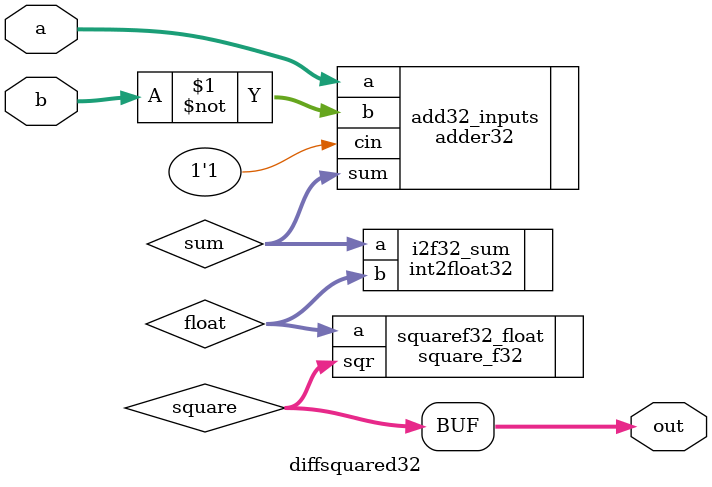
<source format=v>


module pipes_diffsquare(EN, vals0, vals1, pipeout);
	parameter WIDTH = 16; //size of each vals vector
	//local parameters
	localparam VARWIDTH = 32;
	//input declaration
	input EN;
	input [VARWIDTH*WIDTH-1:0] vals0, vals1;
	wire [VARWIDTH-1:0] in_vals0 [0:WIDTH-1];
	wire [VARWIDTH-1:0] in_vals1 [0:WIDTH-1];
	generate
		genvar count;
		for (count = WIDTH; count > 0; count = count - 1)
		begin:in_vals_assignment
			assign in_vals0[count-1] = vals0[count*VARWIDTH-1:(count-1)*VARWIDTH];
			assign in_vals1[count-1] = vals1[count*VARWIDTH-1:(count-1)*VARWIDTH];
		end
	endgenerate
	//output declaration
	output [VARWIDTH*WIDTH-1:0] pipeout;
	wire [VARWIDTH*WIDTH-1:0] pipeout; 
	wire [VARWIDTH-1:0] out_pipe [0:WIDTH-1]; 
	generate
		for (count = WIDTH; count > 0; count = count - 1)
		begin:pipeout_assignment
			assign pipeout[count*VARWIDTH-1:(count-1)*VARWIDTH] = out_pipe[count-1];
		end
	endgenerate
	//internal data types
	wire [VARWIDTH-1:0] diffsquare [0:WIDTH-1];
	//code begins here

	generate
		for (count = 0; count < WIDTH; count = count + 1)
		begin:diffsquared_generator
			diffsquared32 diffsquare32_Pipe(.a(in_vals0[count]),
											.b(in_vals1[count]),
											.out(diffsquare[count]));
		end
	endgenerate

	generate
		genvar i;
		for (i = 0; i < WIDTH; i = i + 1)
		begin:output_assignment
			assign out_pipe[i] = (EN) ? diffsquare[i]:0;
		end
	endgenerate

endmodule //end pipes_diffsquare


module diffsquared32(a, b, out);
	localparam VARWIDTH = 32;
	//input declarations
	input [VARWIDTH-1:0] a, b;
	//output declarations
	output [VARWIDTH-1:0] out;
	wire [VARWIDTH-1:0] out;
	//internal wires declaration
	wire [VARWIDTH-1:0] sum;
	wire [VARWIDTH-1:0] float;
	wire [VARWIDTH-1:0] square;
	//code begins here

	adder32 add32_inputs(.a(a), .b(~b), .cin(1'b1), .sum(sum));
	int2float32 i2f32_sum(.a(sum), .b(float));
	square_f32 squaref32_float(.a(float), .sqr(square));
	assign out = square;

endmodule //end diffsquared32
</source>
